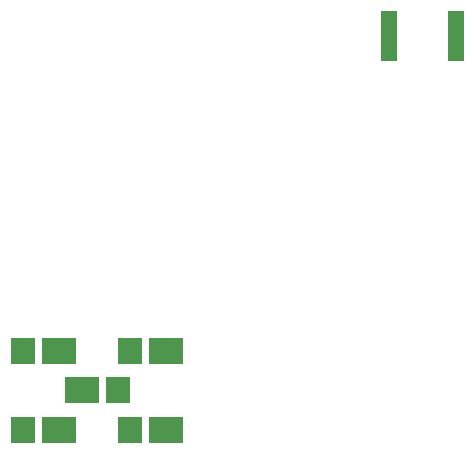
<source format=gbr>
%TF.GenerationSoftware,KiCad,Pcbnew,(5.1.8)-1*%
%TF.CreationDate,2021-09-05T00:40:36+02:00*%
%TF.ProjectId,pcbV10,70636256-3130-42e6-9b69-6361645f7063,rev?*%
%TF.SameCoordinates,Original*%
%TF.FileFunction,Paste,Bot*%
%TF.FilePolarity,Positive*%
%FSLAX46Y46*%
G04 Gerber Fmt 4.6, Leading zero omitted, Abs format (unit mm)*
G04 Created by KiCad (PCBNEW (5.1.8)-1) date 2021-09-05 00:40:36*
%MOMM*%
%LPD*%
G01*
G04 APERTURE LIST*
%ADD10R,2.000000X2.200000*%
%ADD11R,3.000000X2.200000*%
%ADD12R,1.350000X4.200000*%
G04 APERTURE END LIST*
D10*
%TO.C,D14*%
X69179500Y-78676500D03*
D11*
X72229500Y-78676500D03*
%TD*%
D10*
%TO.C,D13*%
X78196500Y-85407500D03*
D11*
X81246500Y-85407500D03*
%TD*%
D10*
%TO.C,D12*%
X78196500Y-78676500D03*
D11*
X81246500Y-78676500D03*
%TD*%
D10*
%TO.C,D11*%
X69179500Y-85407500D03*
D11*
X72229500Y-85407500D03*
%TD*%
D10*
%TO.C,D10*%
X77188000Y-82042000D03*
D11*
X74138000Y-82042000D03*
%TD*%
D12*
%TO.C,J14*%
X100175000Y-52000000D03*
X105825000Y-52000000D03*
%TD*%
M02*

</source>
